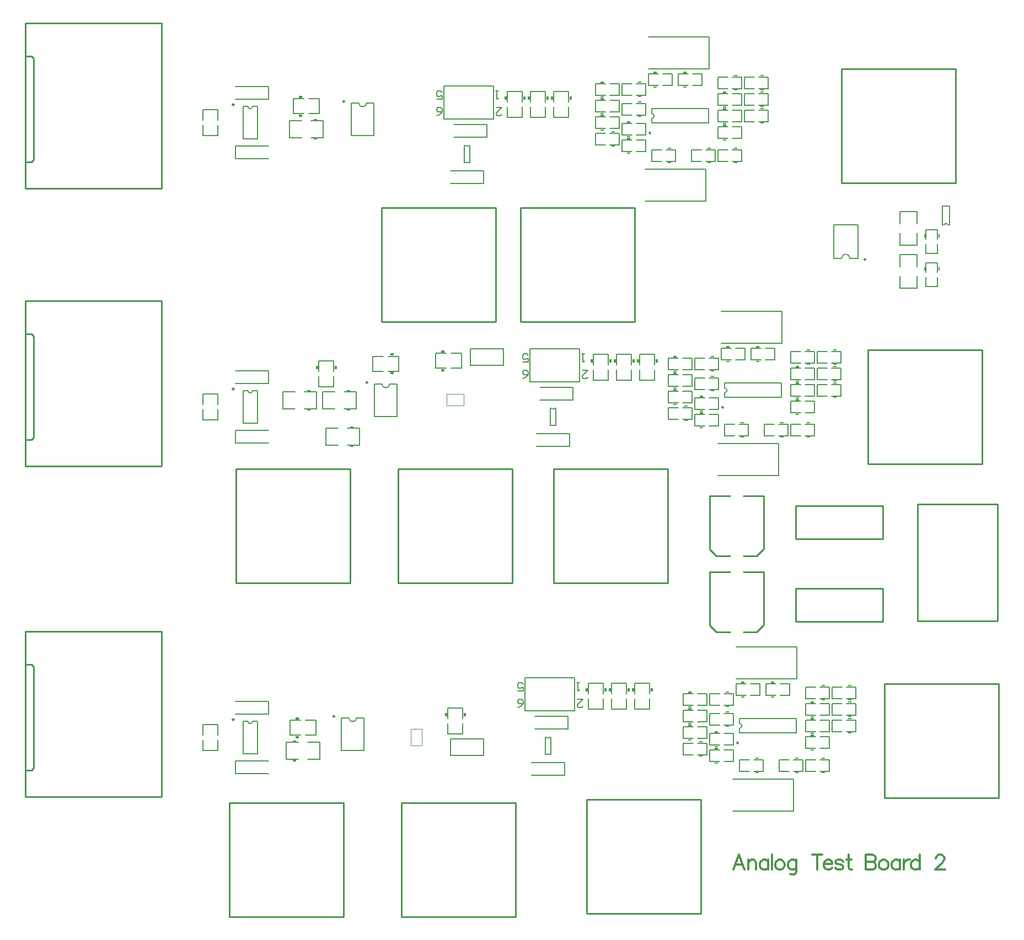
<source format=gto>
%FSLAX24Y24*%
%MOIN*%
G70*
G01*
G75*
%ADD10R,0.0866X0.0236*%
%ADD11R,0.0409X0.0150*%
%ADD12R,0.0236X0.0866*%
%ADD13R,0.0433X0.0394*%
%ADD14R,0.0787X0.0472*%
%ADD15R,0.0866X0.0236*%
%ADD16R,0.0591X0.0512*%
%ADD17R,0.0480X0.0169*%
%ADD18O,0.0480X0.0169*%
%ADD19R,0.1024X0.1614*%
%ADD20R,0.0394X0.0236*%
%ADD21R,0.1240X0.1360*%
%ADD22R,0.0315X0.1417*%
%ADD23R,0.0709X0.0630*%
%ADD24R,0.0394X0.0433*%
%ADD25R,0.0551X0.0236*%
%ADD26O,0.0409X0.0150*%
%ADD27R,0.0630X0.0709*%
%ADD28R,0.0512X0.0591*%
%ADD29R,0.0610X0.0236*%
%ADD30R,0.0150X0.0409*%
%ADD31O,0.0150X0.0409*%
%ADD32C,0.0160*%
%ADD33C,0.0100*%
%ADD34C,0.0300*%
%ADD35C,0.0200*%
%ADD36C,0.0120*%
%ADD37C,0.0591*%
%ADD38R,0.0591X0.0591*%
%ADD39C,0.0750*%
%ADD40C,0.0700*%
%ADD41C,0.0866*%
%ADD42C,0.1575*%
%ADD43C,0.0591*%
%ADD44C,0.0250*%
%ADD45C,0.0080*%
%ADD46C,0.0098*%
%ADD47C,0.0079*%
%ADD48C,0.0070*%
%ADD49C,0.0039*%
%ADD50C,0.0020*%
%ADD51R,0.0197X0.0079*%
%ADD52R,0.0157X0.0197*%
%ADD53R,0.0079X0.0197*%
%ADD54R,0.0197X0.0079*%
%ADD55R,0.0197X0.0157*%
D33*
X20000Y59200D02*
Y69200D01*
Y59200D02*
X28250D01*
Y69200D01*
X20000D02*
X28250D01*
X20000Y60825D02*
X20375D01*
X20500Y60950D01*
Y67075D01*
X20375Y67200D02*
X20500Y67075D01*
X20000Y67200D02*
X20375D01*
X58850Y52150D02*
Y59050D01*
X51950Y52150D02*
X58850D01*
X51950D02*
Y59050D01*
X58850D01*
X49450Y52150D02*
Y59050D01*
X42550Y52150D02*
X49450D01*
X42550D02*
Y59050D01*
X49450D01*
X39650Y52150D02*
Y59050D01*
X32750Y52150D02*
X39650D01*
X32750D02*
Y59050D01*
X39650D01*
X78850Y39150D02*
Y46050D01*
X71950Y39150D02*
X78850D01*
X71950D02*
Y46050D01*
X78850D01*
X20000Y39200D02*
Y49200D01*
Y39200D02*
X28250D01*
Y49200D01*
X20000D02*
X28250D01*
X20000Y40825D02*
X20375D01*
X20500Y40950D01*
Y47075D01*
X20375Y47200D02*
X20500Y47075D01*
X20000Y47200D02*
X20375D01*
X60850Y32150D02*
Y39050D01*
X53950Y32150D02*
X60850D01*
X53950D02*
Y39050D01*
X60850D01*
X39250Y31950D02*
Y38850D01*
X32350Y31950D02*
X39250D01*
X32350D02*
Y38850D01*
X39250D01*
X49650Y31950D02*
Y38850D01*
X42750Y31950D02*
X49650D01*
X42750D02*
Y38850D01*
X49650D01*
X76250Y76350D02*
Y83250D01*
X69350Y76350D02*
X76250D01*
X69350D02*
Y83250D01*
X76250D01*
X20000Y76000D02*
Y86000D01*
Y76000D02*
X28250D01*
Y86000D01*
X20000D02*
X28250D01*
X20000Y77625D02*
X20375D01*
X20500Y77750D01*
Y83875D01*
X20375Y84000D02*
X20500Y83875D01*
X20000Y84000D02*
X20375D01*
X56850Y67950D02*
Y74850D01*
X49950Y67950D02*
X56850D01*
X49950D02*
Y74850D01*
X56850D01*
X48450Y67950D02*
Y74850D01*
X41550Y67950D02*
X48450D01*
X41550D02*
Y74850D01*
X48450D01*
X71830Y49800D02*
Y50800D01*
X66570Y49800D02*
X71830D01*
X66570D02*
Y51800D01*
X71830D01*
Y50800D02*
Y51800D01*
X61386Y52811D02*
X62606D01*
X61386Y49583D02*
Y52811D01*
Y49583D02*
X61780Y49189D01*
X61780D02*
X62606D01*
X63394D02*
X64220D01*
X64654Y49622D01*
Y52811D01*
X63394D02*
X64654D01*
X73948Y49830D02*
X78791D01*
Y56917D01*
X73948D02*
X78791D01*
X73948Y49830D02*
Y56917D01*
X61386Y57411D02*
X62606D01*
X61386Y54183D02*
Y57411D01*
Y54183D02*
X61780Y53789D01*
X61780D02*
X62606D01*
X63394D02*
X64220D01*
X64654Y54222D01*
Y57411D01*
X63394D02*
X64654D01*
X71830Y54800D02*
Y55800D01*
X66570Y54800D02*
X71830D01*
X66570D02*
Y56800D01*
X71830D01*
Y55800D02*
Y56800D01*
X70950Y66250D02*
X77850D01*
X70950Y59350D02*
Y66250D01*
Y59350D02*
X77850D01*
Y66250D01*
D36*
X63486Y34800D02*
X63143Y35700D01*
X62800Y34800D01*
X62929Y35100D02*
X63357D01*
X63696Y35400D02*
Y34800D01*
Y35228D02*
X63824Y35357D01*
X63910Y35400D01*
X64038D01*
X64124Y35357D01*
X64167Y35228D01*
Y34800D01*
X64917Y35400D02*
Y34800D01*
Y35271D02*
X64831Y35357D01*
X64745Y35400D01*
X64617D01*
X64531Y35357D01*
X64445Y35271D01*
X64403Y35143D01*
Y35057D01*
X64445Y34929D01*
X64531Y34843D01*
X64617Y34800D01*
X64745D01*
X64831Y34843D01*
X64917Y34929D01*
X65157Y35700D02*
Y34800D01*
X65559Y35400D02*
X65474Y35357D01*
X65388Y35271D01*
X65345Y35143D01*
Y35057D01*
X65388Y34929D01*
X65474Y34843D01*
X65559Y34800D01*
X65688D01*
X65774Y34843D01*
X65859Y34929D01*
X65902Y35057D01*
Y35143D01*
X65859Y35271D01*
X65774Y35357D01*
X65688Y35400D01*
X65559D01*
X66613D02*
Y34714D01*
X66571Y34586D01*
X66528Y34543D01*
X66442Y34500D01*
X66314D01*
X66228Y34543D01*
X66613Y35271D02*
X66528Y35357D01*
X66442Y35400D01*
X66314D01*
X66228Y35357D01*
X66142Y35271D01*
X66099Y35143D01*
Y35057D01*
X66142Y34929D01*
X66228Y34843D01*
X66314Y34800D01*
X66442D01*
X66528Y34843D01*
X66613Y34929D01*
X67860Y35700D02*
Y34800D01*
X67560Y35700D02*
X68160D01*
X68267Y35143D02*
X68782D01*
Y35228D01*
X68739Y35314D01*
X68696Y35357D01*
X68610Y35400D01*
X68482D01*
X68396Y35357D01*
X68310Y35271D01*
X68267Y35143D01*
Y35057D01*
X68310Y34929D01*
X68396Y34843D01*
X68482Y34800D01*
X68610D01*
X68696Y34843D01*
X68782Y34929D01*
X69446Y35271D02*
X69403Y35357D01*
X69274Y35400D01*
X69146D01*
X69017Y35357D01*
X68974Y35271D01*
X69017Y35186D01*
X69103Y35143D01*
X69317Y35100D01*
X69403Y35057D01*
X69446Y34971D01*
Y34929D01*
X69403Y34843D01*
X69274Y34800D01*
X69146D01*
X69017Y34843D01*
X68974Y34929D01*
X69763Y35700D02*
Y34971D01*
X69806Y34843D01*
X69891Y34800D01*
X69977D01*
X69634Y35400D02*
X69934D01*
X70813Y35700D02*
Y34800D01*
Y35700D02*
X71198D01*
X71327Y35657D01*
X71370Y35614D01*
X71412Y35528D01*
Y35443D01*
X71370Y35357D01*
X71327Y35314D01*
X71198Y35271D01*
X70813D02*
X71198D01*
X71327Y35228D01*
X71370Y35186D01*
X71412Y35100D01*
Y34971D01*
X71370Y34886D01*
X71327Y34843D01*
X71198Y34800D01*
X70813D01*
X71828Y35400D02*
X71742Y35357D01*
X71657Y35271D01*
X71614Y35143D01*
Y35057D01*
X71657Y34929D01*
X71742Y34843D01*
X71828Y34800D01*
X71957D01*
X72042Y34843D01*
X72128Y34929D01*
X72171Y35057D01*
Y35143D01*
X72128Y35271D01*
X72042Y35357D01*
X71957Y35400D01*
X71828D01*
X72882D02*
Y34800D01*
Y35271D02*
X72796Y35357D01*
X72711Y35400D01*
X72582D01*
X72496Y35357D01*
X72411Y35271D01*
X72368Y35143D01*
Y35057D01*
X72411Y34929D01*
X72496Y34843D01*
X72582Y34800D01*
X72711D01*
X72796Y34843D01*
X72882Y34929D01*
X73122Y35400D02*
Y34800D01*
Y35143D02*
X73165Y35271D01*
X73251Y35357D01*
X73336Y35400D01*
X73465D01*
X74060Y35700D02*
Y34800D01*
Y35271D02*
X73975Y35357D01*
X73889Y35400D01*
X73761D01*
X73675Y35357D01*
X73589Y35271D01*
X73546Y35143D01*
Y35057D01*
X73589Y34929D01*
X73675Y34843D01*
X73761Y34800D01*
X73889D01*
X73975Y34843D01*
X74060Y34929D01*
X75050Y35486D02*
Y35528D01*
X75093Y35614D01*
X75136Y35657D01*
X75222Y35700D01*
X75393D01*
X75479Y35657D01*
X75522Y35614D01*
X75564Y35528D01*
Y35443D01*
X75522Y35357D01*
X75436Y35228D01*
X75007Y34800D01*
X75607D01*
D45*
X53800Y66000D02*
X53633D01*
X53717D01*
Y65500D01*
X53800Y65583D01*
X53667Y65000D02*
X54000D01*
X53667Y64667D01*
Y64583D01*
X53750Y64500D01*
X53917D01*
X54000Y64583D01*
X50067Y65500D02*
X50400D01*
Y65750D01*
X50233Y65667D01*
X50150D01*
X50067Y65750D01*
Y65917D01*
X50150Y66000D01*
X50317D01*
X50400Y65917D01*
X50067Y64500D02*
X50233Y64583D01*
X50400Y64750D01*
Y64917D01*
X50317Y65000D01*
X50150D01*
X50067Y64917D01*
Y64833D01*
X50150Y64750D01*
X50400D01*
X53500Y46100D02*
X53333D01*
X53417D01*
Y45600D01*
X53500Y45683D01*
X53367Y45100D02*
X53700D01*
X53367Y44767D01*
Y44683D01*
X53450Y44600D01*
X53617D01*
X53700Y44683D01*
X49767Y45600D02*
X50100D01*
Y45850D01*
X49933Y45767D01*
X49850D01*
X49767Y45850D01*
Y46017D01*
X49850Y46100D01*
X50017D01*
X50100Y46017D01*
X49767Y44600D02*
X49933Y44683D01*
X50100Y44850D01*
Y45017D01*
X50017Y45100D01*
X49850D01*
X49767Y45017D01*
Y44933D01*
X49850Y44850D01*
X50100D01*
X48600Y81900D02*
X48433D01*
X48517D01*
Y81400D01*
X48600Y81483D01*
X48467Y80900D02*
X48800D01*
X48467Y80567D01*
Y80483D01*
X48550Y80400D01*
X48717D01*
X48800Y80483D01*
X44867Y81400D02*
X45200D01*
Y81650D01*
X45033Y81567D01*
X44950D01*
X44867Y81650D01*
Y81817D01*
X44950Y81900D01*
X45117D01*
X45200Y81817D01*
X44867Y80400D02*
X45033Y80483D01*
X45200Y80650D01*
Y80817D01*
X45117Y80900D01*
X44950D01*
X44867Y80817D01*
Y80733D01*
X44950Y80650D01*
X45200D01*
D46*
X62215Y62776D02*
G03*
X62215Y62776I-49J0D01*
G01*
X57815Y79376D02*
G03*
X57815Y79376I-49J0D01*
G01*
X63115Y42476D02*
G03*
X63115Y42476I-49J0D01*
G01*
X32626Y81085D02*
G03*
X32626Y81085I-49J0D01*
G01*
X70811Y71715D02*
G03*
X70811Y71715I-49J0D01*
G01*
X40698Y64285D02*
G03*
X40698Y64285I-49J0D01*
G01*
X32626Y43885D02*
G03*
X32626Y43885I-49J0D01*
G01*
Y63885D02*
G03*
X32626Y63885I-49J0D01*
G01*
X38698Y44085D02*
G03*
X38698Y44085I-49J0D01*
G01*
X39298Y81285D02*
G03*
X39298Y81285I-49J0D01*
G01*
D47*
X62278Y63656D02*
G03*
X62278Y63944I0J144D01*
G01*
X57878Y80256D02*
G03*
X57878Y80544I0J144D01*
G01*
X63178Y43356D02*
G03*
X63178Y43644I0J144D01*
G01*
X33456Y80984D02*
G03*
X33744Y80984I144J0D01*
G01*
X75747Y73810D02*
G03*
X75560Y73810I-93J0D01*
G01*
X69843Y71796D02*
G03*
X69357Y71796I-243J0D01*
G01*
X41570Y64184D02*
G03*
X42030Y64184I230J0D01*
G01*
X33456Y43784D02*
G03*
X33744Y43784I144J0D01*
G01*
X33456Y63784D02*
G03*
X33744Y63784I144J0D01*
G01*
X39570Y43984D02*
G03*
X40030Y43984I230J0D01*
G01*
X40170Y81184D02*
G03*
X40630Y81184I230J0D01*
G01*
X61338Y61646D02*
X61909D01*
X61338Y62354D02*
X61909D01*
Y61646D02*
Y62354D01*
X60491Y61646D02*
Y62354D01*
Y61646D02*
X61062D01*
X60491Y62354D02*
X61062D01*
X59738Y63046D02*
X60309D01*
X59738Y63754D02*
X60309D01*
Y63046D02*
Y63754D01*
X58891Y63046D02*
Y63754D01*
Y63046D02*
X59462D01*
X58891Y63754D02*
X59462D01*
X60491Y63354D02*
X61062D01*
X60491Y62646D02*
X61062D01*
X60491D02*
Y63354D01*
X61909Y62646D02*
Y63354D01*
X61338D02*
X61909D01*
X61338Y62646D02*
X61909D01*
X56091Y79954D02*
X56662D01*
X56091Y79246D02*
X56662D01*
X56091D02*
Y79954D01*
X57509Y79246D02*
Y79954D01*
X56938D02*
X57509D01*
X56938Y79246D02*
X57509D01*
X61391Y43054D02*
X61962D01*
X61391Y42346D02*
X61962D01*
X61391D02*
Y43054D01*
X62809Y42346D02*
Y43054D01*
X62238D02*
X62809D01*
X62238Y42346D02*
X62809D01*
X62091Y66354D02*
X62662D01*
X62091Y65646D02*
X62662D01*
X62091D02*
Y66354D01*
X63509Y65646D02*
Y66354D01*
X62938D02*
X63509D01*
X62938Y65646D02*
X63509D01*
X57691Y82954D02*
X58262D01*
X57691Y82246D02*
X58262D01*
X57691D02*
Y82954D01*
X59109Y82246D02*
Y82954D01*
X58538D02*
X59109D01*
X58538Y82246D02*
X59109D01*
X62991Y46054D02*
X63562D01*
X62991Y45346D02*
X63562D01*
X62991D02*
Y46054D01*
X64409Y45346D02*
Y46054D01*
X63838D02*
X64409D01*
X63838Y45346D02*
X64409D01*
X66291Y65154D02*
X66862D01*
X66291Y64446D02*
X66862D01*
X66291D02*
Y65154D01*
X67709Y64446D02*
Y65154D01*
X67138D02*
X67709D01*
X67138Y64446D02*
X67709D01*
X61891Y81754D02*
X62462D01*
X61891Y81046D02*
X62462D01*
X61891D02*
Y81754D01*
X63309Y81046D02*
Y81754D01*
X62738D02*
X63309D01*
X62738Y81046D02*
X63309D01*
X67191Y44854D02*
X67762D01*
X67191Y44146D02*
X67762D01*
X67191D02*
Y44854D01*
X68609Y44146D02*
Y44854D01*
X68038D02*
X68609D01*
X68038Y44146D02*
X68609D01*
X65538Y61046D02*
X66109D01*
X65538Y61754D02*
X66109D01*
Y61046D02*
Y61754D01*
X64691Y61046D02*
Y61754D01*
Y61046D02*
X65262D01*
X64691Y61754D02*
X65262D01*
X61138Y77646D02*
X61709D01*
X61138Y78354D02*
X61709D01*
Y77646D02*
Y78354D01*
X60291Y77646D02*
Y78354D01*
Y77646D02*
X60862D01*
X60291Y78354D02*
X60862D01*
X66438Y40746D02*
X67009D01*
X66438Y41454D02*
X67009D01*
Y40746D02*
Y41454D01*
X65591Y40746D02*
Y41454D01*
Y40746D02*
X66162D01*
X65591Y41454D02*
X66162D01*
X63138Y61046D02*
X63709D01*
X63138Y61754D02*
X63709D01*
Y61046D02*
Y61754D01*
X62291Y61046D02*
Y61754D01*
Y61046D02*
X62862D01*
X62291Y61754D02*
X62862D01*
X58738Y77646D02*
X59309D01*
X58738Y78354D02*
X59309D01*
Y77646D02*
Y78354D01*
X57891Y77646D02*
Y78354D01*
Y77646D02*
X58462D01*
X57891Y78354D02*
X58462D01*
X64038Y40746D02*
X64609D01*
X64038Y41454D02*
X64609D01*
Y40746D02*
Y41454D01*
X63191Y40746D02*
Y41454D01*
Y40746D02*
X63762D01*
X63191Y41454D02*
X63762D01*
X58891Y64754D02*
X59462D01*
X58891Y64046D02*
X59462D01*
X58891D02*
Y64754D01*
X60309Y64046D02*
Y64754D01*
X59738D02*
X60309D01*
X59738Y64046D02*
X60309D01*
X54491Y81354D02*
X55062D01*
X54491Y80646D02*
X55062D01*
X54491D02*
Y81354D01*
X55909Y80646D02*
Y81354D01*
X55338D02*
X55909D01*
X55338Y80646D02*
X55909D01*
X59791Y44454D02*
X60362D01*
X59791Y43746D02*
X60362D01*
X59791D02*
Y44454D01*
X61209Y43746D02*
Y44454D01*
X60638D02*
X61209D01*
X60638Y43746D02*
X61209D01*
X68738Y64446D02*
X69309D01*
X68738Y65154D02*
X69309D01*
Y64446D02*
Y65154D01*
X67891Y64446D02*
Y65154D01*
Y64446D02*
X68462D01*
X67891Y65154D02*
X68462D01*
X64338Y81046D02*
X64909D01*
X64338Y81754D02*
X64909D01*
Y81046D02*
Y81754D01*
X63491Y81046D02*
Y81754D01*
Y81046D02*
X64062D01*
X63491Y81754D02*
X64062D01*
X69638Y44146D02*
X70209D01*
X69638Y44854D02*
X70209D01*
Y44146D02*
Y44854D01*
X68791Y44146D02*
Y44854D01*
Y44146D02*
X69362D01*
X68791Y44854D02*
X69362D01*
X68738Y63446D02*
X69309D01*
X68738Y64154D02*
X69309D01*
Y63446D02*
Y64154D01*
X67891Y63446D02*
Y64154D01*
Y63446D02*
X68462D01*
X67891Y64154D02*
X68462D01*
X64338Y80046D02*
X64909D01*
X64338Y80754D02*
X64909D01*
Y80046D02*
Y80754D01*
X63491Y80046D02*
Y80754D01*
Y80046D02*
X64062D01*
X63491Y80754D02*
X64062D01*
X69638Y43146D02*
X70209D01*
X69638Y43854D02*
X70209D01*
Y43146D02*
Y43854D01*
X68791Y43146D02*
Y43854D01*
Y43146D02*
X69362D01*
X68791Y43854D02*
X69362D01*
X59738Y62046D02*
X60309D01*
X59738Y62754D02*
X60309D01*
Y62046D02*
Y62754D01*
X58891Y62046D02*
Y62754D01*
Y62046D02*
X59462D01*
X58891Y62754D02*
X59462D01*
X55338Y78646D02*
X55909D01*
X55338Y79354D02*
X55909D01*
Y78646D02*
Y79354D01*
X54491Y78646D02*
Y79354D01*
Y78646D02*
X55062D01*
X54491Y79354D02*
X55062D01*
X60638Y41746D02*
X61209D01*
X60638Y42454D02*
X61209D01*
Y41746D02*
Y42454D01*
X59791Y41746D02*
Y42454D01*
Y41746D02*
X60362D01*
X59791Y42454D02*
X60362D01*
X61338Y65046D02*
X61909D01*
X61338Y65754D02*
X61909D01*
Y65046D02*
Y65754D01*
X60491Y65046D02*
Y65754D01*
Y65046D02*
X61062D01*
X60491Y65754D02*
X61062D01*
X56938Y81646D02*
X57509D01*
X56938Y82354D02*
X57509D01*
Y81646D02*
Y82354D01*
X56091Y81646D02*
Y82354D01*
Y81646D02*
X56662D01*
X56091Y82354D02*
X56662D01*
X62238Y44746D02*
X62809D01*
X62238Y45454D02*
X62809D01*
Y44746D02*
Y45454D01*
X61391Y44746D02*
Y45454D01*
Y44746D02*
X61962D01*
X61391Y45454D02*
X61962D01*
X67138Y65446D02*
X67709D01*
X67138Y66154D02*
X67709D01*
Y65446D02*
Y66154D01*
X66291Y65446D02*
Y66154D01*
Y65446D02*
X66862D01*
X66291Y66154D02*
X66862D01*
X62738Y82046D02*
X63309D01*
X62738Y82754D02*
X63309D01*
Y82046D02*
Y82754D01*
X61891Y82046D02*
Y82754D01*
Y82046D02*
X62462D01*
X61891Y82754D02*
X62462D01*
X68038Y45146D02*
X68609D01*
X68038Y45854D02*
X68609D01*
Y45146D02*
Y45854D01*
X67191Y45146D02*
Y45854D01*
Y45146D02*
X67762D01*
X67191Y45854D02*
X67762D01*
X66291Y63154D02*
X66862D01*
X66291Y62446D02*
X66862D01*
X66291D02*
Y63154D01*
X67709Y62446D02*
Y63154D01*
X67138D02*
X67709D01*
X67138Y62446D02*
X67709D01*
X61891Y79754D02*
X62462D01*
X61891Y79046D02*
X62462D01*
X61891D02*
Y79754D01*
X63309Y79046D02*
Y79754D01*
X62738D02*
X63309D01*
X62738Y79046D02*
X63309D01*
X67191Y42854D02*
X67762D01*
X67191Y42146D02*
X67762D01*
X67191D02*
Y42854D01*
X68609Y42146D02*
Y42854D01*
X68038D02*
X68609D01*
X68038Y42146D02*
X68609D01*
X54491Y80354D02*
X55062D01*
X54491Y79646D02*
X55062D01*
X54491D02*
Y80354D01*
X55909Y79646D02*
Y80354D01*
X55338D02*
X55909D01*
X55338Y79646D02*
X55909D01*
X59791Y43454D02*
X60362D01*
X59791Y42746D02*
X60362D01*
X59791D02*
Y43454D01*
X61209Y42746D02*
Y43454D01*
X60638D02*
X61209D01*
X60638Y42746D02*
X61209D01*
X56091Y78954D02*
X56662D01*
X56091Y78246D02*
X56662D01*
X56091D02*
Y78954D01*
X57509Y78246D02*
Y78954D01*
X56938D02*
X57509D01*
X56938Y78246D02*
X57509D01*
X61391Y42054D02*
X61962D01*
X61391Y41346D02*
X61962D01*
X61391D02*
Y42054D01*
X62809Y41346D02*
Y42054D01*
X62238D02*
X62809D01*
X62238Y41346D02*
X62809D01*
X61338Y63846D02*
X61909D01*
X61338Y64554D02*
X61909D01*
Y63846D02*
Y64554D01*
X60491Y63846D02*
Y64554D01*
Y63846D02*
X61062D01*
X60491Y64554D02*
X61062D01*
X56938Y80446D02*
X57509D01*
X56938Y81154D02*
X57509D01*
Y80446D02*
Y81154D01*
X56091Y80446D02*
Y81154D01*
Y80446D02*
X56662D01*
X56091Y81154D02*
X56662D01*
X62238Y43546D02*
X62809D01*
X62238Y44254D02*
X62809D01*
Y43546D02*
Y44254D01*
X61391Y43546D02*
Y44254D01*
Y43546D02*
X61962D01*
X61391Y44254D02*
X61962D01*
X58891Y65754D02*
X59462D01*
X58891Y65046D02*
X59462D01*
X58891D02*
Y65754D01*
X60309Y65046D02*
Y65754D01*
X59738D02*
X60309D01*
X59738Y65046D02*
X60309D01*
X54491Y82354D02*
X55062D01*
X54491Y81646D02*
X55062D01*
X54491D02*
Y82354D01*
X55909Y81646D02*
Y82354D01*
X55338D02*
X55909D01*
X55338Y81646D02*
X55909D01*
X59791Y45454D02*
X60362D01*
X59791Y44746D02*
X60362D01*
X59791D02*
Y45454D01*
X61209Y44746D02*
Y45454D01*
X60638D02*
X61209D01*
X60638Y44746D02*
X61209D01*
X63891Y66354D02*
X64462D01*
X63891Y65646D02*
X64462D01*
X63891D02*
Y66354D01*
X65309Y65646D02*
Y66354D01*
X64738D02*
X65309D01*
X64738Y65646D02*
X65309D01*
X59491Y82954D02*
X60062D01*
X59491Y82246D02*
X60062D01*
X59491D02*
Y82954D01*
X60909Y82246D02*
Y82954D01*
X60338D02*
X60909D01*
X60338Y82246D02*
X60909D01*
X64791Y46054D02*
X65362D01*
X64791Y45346D02*
X65362D01*
X64791D02*
Y46054D01*
X66209Y45346D02*
Y46054D01*
X65638D02*
X66209D01*
X65638Y45346D02*
X66209D01*
X68738Y65446D02*
X69309D01*
X68738Y66154D02*
X69309D01*
Y65446D02*
Y66154D01*
X67891Y65446D02*
Y66154D01*
Y65446D02*
X68462D01*
X67891Y66154D02*
X68462D01*
X64338Y82046D02*
X64909D01*
X64338Y82754D02*
X64909D01*
Y82046D02*
Y82754D01*
X63491Y82046D02*
Y82754D01*
Y82046D02*
X64062D01*
X63491Y82754D02*
X64062D01*
X69638Y45146D02*
X70209D01*
X69638Y45854D02*
X70209D01*
Y45146D02*
Y45854D01*
X68791Y45146D02*
Y45854D01*
Y45146D02*
X69362D01*
X68791Y45854D02*
X69362D01*
X66291Y64154D02*
X66862D01*
X66291Y63446D02*
X66862D01*
X66291D02*
Y64154D01*
X67709Y63446D02*
Y64154D01*
X67138D02*
X67709D01*
X67138Y63446D02*
X67709D01*
X61891Y80754D02*
X62462D01*
X61891Y80046D02*
X62462D01*
X61891D02*
Y80754D01*
X63309Y80046D02*
Y80754D01*
X62738D02*
X63309D01*
X62738Y80046D02*
X63309D01*
X67191Y43854D02*
X67762D01*
X67191Y43146D02*
X67762D01*
X67191D02*
Y43854D01*
X68609Y43146D02*
Y43854D01*
X68038D02*
X68609D01*
X68038Y43146D02*
X68609D01*
X67138Y61046D02*
X67709D01*
X67138Y61754D02*
X67709D01*
Y61046D02*
Y61754D01*
X66291Y61046D02*
Y61754D01*
Y61046D02*
X66862D01*
X66291Y61754D02*
X66862D01*
X62738Y77646D02*
X63309D01*
X62738Y78354D02*
X63309D01*
Y77646D02*
Y78354D01*
X61891Y77646D02*
Y78354D01*
Y77646D02*
X62462D01*
X61891Y78354D02*
X62462D01*
X68038Y40746D02*
X68609D01*
X68038Y41454D02*
X68609D01*
Y40746D02*
Y41454D01*
X67191Y40746D02*
Y41454D01*
Y40746D02*
X67762D01*
X67191Y41454D02*
X67762D01*
X62278Y63367D02*
Y63656D01*
Y63944D02*
Y64233D01*
X65722Y63367D02*
Y64233D01*
X62278Y63367D02*
X65722D01*
X62278Y64233D02*
X65722D01*
X57878Y79967D02*
Y80256D01*
Y80544D02*
Y80833D01*
X61322Y79967D02*
Y80833D01*
X57878Y79967D02*
X61322D01*
X57878Y80833D02*
X61322D01*
X63178Y43067D02*
Y43356D01*
Y43644D02*
Y43933D01*
X66622Y43067D02*
Y43933D01*
X63178Y43067D02*
X66622D01*
X63178Y43933D02*
X66622D01*
X32694Y81406D02*
X34702D01*
X32694Y82194D02*
X34702D01*
Y81406D02*
Y82194D01*
X33167Y80984D02*
X33456D01*
X33744D02*
X34033D01*
X33167Y79016D02*
X34033D01*
X33167D02*
Y80984D01*
X34033Y79016D02*
Y80984D01*
X30747Y79213D02*
Y79843D01*
X31653Y79213D02*
Y79843D01*
X30747Y79213D02*
X31653D01*
X30747Y80787D02*
X31653D01*
X30747Y80157D02*
Y80787D01*
X31653Y80157D02*
Y80787D01*
X32698Y78594D02*
X34706D01*
X32698Y77806D02*
X34706D01*
X32698D02*
Y78594D01*
X51094Y63206D02*
X53102D01*
X51094Y63994D02*
X53102D01*
Y63206D02*
Y63994D01*
X50894Y60406D02*
X52902D01*
X50894Y61194D02*
X52902D01*
Y60406D02*
Y61194D01*
X57147Y64413D02*
Y65043D01*
X58053Y64413D02*
Y65043D01*
X57147Y64413D02*
X58053D01*
X57147Y65987D02*
X58053D01*
X57147Y65357D02*
Y65987D01*
X58053Y65357D02*
Y65987D01*
X55747Y64413D02*
Y65043D01*
X56653Y64413D02*
Y65043D01*
X55747Y64413D02*
X56653D01*
X55747Y65987D02*
X56653D01*
X55747Y65357D02*
Y65987D01*
X56653Y65357D02*
Y65987D01*
X54347Y64413D02*
Y65043D01*
X55253Y64413D02*
Y65043D01*
X54347Y64413D02*
X55253D01*
X54347Y65987D02*
X55253D01*
X54347Y65357D02*
Y65987D01*
X55253Y65357D02*
Y65987D01*
X50500Y66300D02*
X52417D01*
X50500D02*
X53500D01*
X50500Y64300D02*
X53500D01*
Y66300D01*
X50500Y64300D02*
Y66300D01*
X65529Y58635D02*
Y60565D01*
X61868D02*
X65529D01*
X61868Y58635D02*
X65529D01*
X65729Y66635D02*
Y68565D01*
X62068D02*
X65729D01*
X62068Y66635D02*
X65729D01*
X75870Y73818D02*
Y74940D01*
X75430Y74930D02*
X75870D01*
X75430Y73820D02*
Y74942D01*
X75432Y73810D02*
X75500D01*
X75802D02*
X75870D01*
X72888Y74624D02*
X73912D01*
X72888Y72576D02*
X73912D01*
Y73324D01*
X72888Y72576D02*
Y73324D01*
X73912Y73876D02*
Y74624D01*
X72888Y73876D02*
Y74624D01*
X74446Y72091D02*
Y72662D01*
X75154Y72091D02*
Y72662D01*
X74446Y72091D02*
X75154D01*
X74446Y73509D02*
X75154D01*
X74446Y72938D02*
Y73509D01*
X75154Y72938D02*
Y73509D01*
X69843Y71796D02*
X70328D01*
X68872D02*
X69357D01*
X68872Y73804D02*
X70328D01*
Y71796D02*
Y73804D01*
X68872Y71796D02*
Y73804D01*
X72888Y72024D02*
X73912D01*
X72888Y69976D02*
X73912D01*
Y70724D01*
X72888Y69976D02*
Y70724D01*
X73912Y71276D02*
Y72024D01*
X72888Y71276D02*
Y72024D01*
X74446Y70091D02*
Y70662D01*
X75154Y70091D02*
Y70662D01*
X74446Y70091D02*
X75154D01*
X74446Y71509D02*
X75154D01*
X74446Y70938D02*
Y71509D01*
X75154Y70938D02*
Y71509D01*
X37076Y42512D02*
X37824D01*
X37076Y41488D02*
X37824D01*
X35776Y42512D02*
X36524D01*
X35776Y41488D02*
X36524D01*
X35776D02*
Y42512D01*
X37824Y41488D02*
Y42512D01*
X36957Y42947D02*
X37587D01*
X36957Y43853D02*
X37587D01*
Y42947D02*
Y43853D01*
X36013Y42947D02*
Y43853D01*
Y42947D02*
X36643D01*
X36013Y43853D02*
X36643D01*
X47700Y41700D02*
Y42700D01*
X45700Y41700D02*
X47700D01*
X45700D02*
Y42700D01*
X47700D01*
X45547Y43013D02*
Y43643D01*
X46453Y43013D02*
Y43643D01*
X45547Y43013D02*
X46453D01*
X45547Y44587D02*
X46453D01*
X45547Y43957D02*
Y44587D01*
X46453Y43957D02*
Y44587D01*
X38176Y60488D02*
X38924D01*
X38176Y61512D02*
X38924D01*
X39476Y60488D02*
X40224D01*
X39476Y61512D02*
X40224D01*
Y60488D02*
Y61512D01*
X38176Y60488D02*
Y61512D01*
X41013Y65853D02*
X41643D01*
X41013Y64947D02*
X41643D01*
X41013D02*
Y65853D01*
X42587Y64947D02*
Y65853D01*
X41957D02*
X42587D01*
X41957Y64947D02*
X42587D01*
X41111Y64184D02*
X41570D01*
X42030D02*
X42489D01*
X41111Y62216D02*
X42489D01*
X41111D02*
Y64184D01*
X42489Y62216D02*
Y64184D01*
X37976Y62688D02*
X38724D01*
X37976Y63712D02*
X38724D01*
X39276Y62688D02*
X40024D01*
X39276Y63712D02*
X40024D01*
Y62688D02*
Y63712D01*
X37976Y62688D02*
Y63712D01*
X35576Y62688D02*
X36324D01*
X35576Y63712D02*
X36324D01*
X36876Y62688D02*
X37624D01*
X36876Y63712D02*
X37624D01*
Y62688D02*
Y63712D01*
X35576Y62688D02*
Y63712D01*
X37747Y64013D02*
Y64643D01*
X38653Y64013D02*
Y64643D01*
X37747Y64013D02*
X38653D01*
X37747Y65587D02*
X38653D01*
X37747Y64957D02*
Y65587D01*
X38653Y64957D02*
Y65587D01*
X48900Y65300D02*
Y66300D01*
X46900Y65300D02*
X48900D01*
X46900D02*
Y66300D01*
X48900D01*
X45757Y65147D02*
X46387D01*
X45757Y66053D02*
X46387D01*
Y65147D02*
Y66053D01*
X44813Y65147D02*
Y66053D01*
Y65147D02*
X45443D01*
X44813Y66053D02*
X45443D01*
X33167Y43784D02*
X33456D01*
X33744D02*
X34033D01*
X33167Y41816D02*
X34033D01*
X33167D02*
Y43784D01*
X34033Y41816D02*
Y43784D01*
X33167Y63784D02*
X33456D01*
X33744D02*
X34033D01*
X33167Y61816D02*
X34033D01*
X33167D02*
Y63784D01*
X34033Y61816D02*
Y63784D01*
X30747Y42013D02*
Y42643D01*
X31653Y42013D02*
Y42643D01*
X30747Y42013D02*
X31653D01*
X30747Y43587D02*
X31653D01*
X30747Y42957D02*
Y43587D01*
X31653Y42957D02*
Y43587D01*
X30747Y62013D02*
Y62643D01*
X31653Y62013D02*
Y62643D01*
X30747Y62013D02*
X31653D01*
X30747Y63587D02*
X31653D01*
X30747Y62957D02*
Y63587D01*
X31653Y62957D02*
Y63587D01*
X56847Y44513D02*
Y45143D01*
X57753Y44513D02*
Y45143D01*
X56847Y44513D02*
X57753D01*
X56847Y46087D02*
X57753D01*
X56847Y45457D02*
Y46087D01*
X57753Y45457D02*
Y46087D01*
X51947Y80313D02*
Y80943D01*
X52853Y80313D02*
Y80943D01*
X51947Y80313D02*
X52853D01*
X51947Y81887D02*
X52853D01*
X51947Y81257D02*
Y81887D01*
X52853Y81257D02*
Y81887D01*
X55447Y44513D02*
Y45143D01*
X56353Y44513D02*
Y45143D01*
X55447Y44513D02*
X56353D01*
X55447Y46087D02*
X56353D01*
X55447Y45457D02*
Y46087D01*
X56353Y45457D02*
Y46087D01*
X50547Y80313D02*
Y80943D01*
X51453Y80313D02*
Y80943D01*
X50547Y80313D02*
X51453D01*
X50547Y81887D02*
X51453D01*
X50547Y81257D02*
Y81887D01*
X51453Y81257D02*
Y81887D01*
X54047Y44513D02*
Y45143D01*
X54953Y44513D02*
Y45143D01*
X54047Y44513D02*
X54953D01*
X54047Y46087D02*
X54953D01*
X54047Y45457D02*
Y46087D01*
X54953Y45457D02*
Y46087D01*
X49147Y80313D02*
Y80943D01*
X50053Y80313D02*
Y80943D01*
X49147Y80313D02*
X50053D01*
X49147Y81887D02*
X50053D01*
X49147Y81257D02*
Y81887D01*
X50053Y81257D02*
Y81887D01*
X50200Y46400D02*
X52117D01*
X50200D02*
X53200D01*
X50200Y44400D02*
X53200D01*
Y46400D01*
X50200Y44400D02*
Y46400D01*
X45300Y82200D02*
X47217D01*
X45300D02*
X48300D01*
X45300Y80200D02*
X48300D01*
Y82200D01*
X45300Y80200D02*
Y82200D01*
X32698Y41394D02*
X34706D01*
X32698Y40606D02*
X34706D01*
X32698D02*
Y41394D01*
Y61394D02*
X34706D01*
X32698Y60606D02*
X34706D01*
X32698D02*
Y61394D01*
X32694Y44206D02*
X34702D01*
X32694Y44994D02*
X34702D01*
Y44206D02*
Y44994D01*
X32694Y64206D02*
X34702D01*
X32694Y64994D02*
X34702D01*
Y64206D02*
Y64994D01*
X50594Y40506D02*
X52602D01*
X50594Y41294D02*
X52602D01*
Y40506D02*
Y41294D01*
X45694Y76306D02*
X47702D01*
X45694Y77094D02*
X47702D01*
Y76306D02*
Y77094D01*
X50794Y43306D02*
X52802D01*
X50794Y44094D02*
X52802D01*
Y43306D02*
Y44094D01*
X45894Y79106D02*
X47902D01*
X45894Y79894D02*
X47902D01*
Y79106D02*
Y79894D01*
X66629Y46335D02*
Y48265D01*
X62968D02*
X66629D01*
X62968Y46335D02*
X66629D01*
X61329Y83235D02*
Y85165D01*
X57668D02*
X61329D01*
X57668Y83235D02*
X61329D01*
X66429Y38335D02*
Y40265D01*
X62768D02*
X66429D01*
X62768Y38335D02*
X66429D01*
X61129Y75235D02*
Y77165D01*
X57468D02*
X61129D01*
X57468Y75235D02*
X61129D01*
X40489Y42016D02*
Y43984D01*
X39111Y42016D02*
Y43984D01*
Y42016D02*
X40489D01*
X40030Y43984D02*
X40489D01*
X39111D02*
X39570D01*
X41089Y79216D02*
Y81184D01*
X39711Y79216D02*
Y81184D01*
Y79216D02*
X41089D01*
X40630Y81184D02*
X41089D01*
X39711D02*
X40170D01*
X36213Y81453D02*
X36843D01*
X36213Y80547D02*
X36843D01*
X36213D02*
Y81453D01*
X37787Y80547D02*
Y81453D01*
X37157D02*
X37787D01*
X37157Y80547D02*
X37787D01*
X35976Y79088D02*
Y80112D01*
X38024Y79088D02*
Y80112D01*
X37276D02*
X38024D01*
X37276Y79088D02*
X38024D01*
X35976Y80112D02*
X36724D01*
X35976Y79088D02*
X36724D01*
D48*
X51863Y62698D02*
G03*
X51991Y62698I64J0D01*
G01*
X51563Y42798D02*
G03*
X51691Y42798I64J0D01*
G01*
X46663Y78598D02*
G03*
X46791Y78598I64J0D01*
G01*
X51754Y62698D02*
X51853Y62698D01*
X52000D02*
X52089Y62698D01*
X51754Y61675D02*
Y62698D01*
Y61675D02*
X52089Y61675D01*
X52089Y61675D02*
Y62698D01*
X51454Y42798D02*
X51553Y42798D01*
X51700D02*
X51789Y42798D01*
X51454Y41775D02*
Y42798D01*
Y41775D02*
X51789Y41775D01*
X51789Y41775D02*
Y42798D01*
X46554Y78598D02*
X46653Y78598D01*
X46800D02*
X46889Y78598D01*
X46554Y77575D02*
Y78598D01*
Y77575D02*
X46889Y77575D01*
X46889Y77575D02*
Y78598D01*
D49*
X43571Y43328D02*
G03*
X43699Y43328I64J0D01*
G01*
X45472Y63171D02*
G03*
X45472Y63299I0J64D01*
G01*
X43294Y43328D02*
X43571D01*
X43699D02*
X43975D01*
Y42304D02*
Y43328D01*
X43294Y42304D02*
X43975D01*
X43294D02*
Y43328D01*
X45472Y62894D02*
Y63171D01*
Y63299D02*
Y63575D01*
X46496D01*
Y62894D02*
Y63575D01*
X45472Y62894D02*
X46496D01*
X36347Y43907D02*
Y44025D01*
X36505D01*
Y43907D01*
X36347D01*
X36380Y43940D02*
X36380Y43992D01*
X36472Y43992D01*
X36472Y43940D01*
X36380Y43940D01*
X36413Y43961D02*
X36439Y43971D01*
X36347Y42770D02*
Y42888D01*
X36504D01*
Y42770D01*
X36347D01*
X36379Y42803D02*
X36379Y42855D01*
X36471Y42855D01*
X36471Y42803D01*
X36379Y42803D01*
X36412Y42824D02*
X36438Y42834D01*
X45147Y66107D02*
Y66225D01*
X45305D01*
Y66107D01*
X45147D01*
X45180Y66139D02*
X45180Y66192D01*
X45272Y66192D01*
X45272Y66139D01*
X45180Y66139D01*
X45213Y66161D02*
X45239Y66171D01*
X45146Y64970D02*
Y65088D01*
X45303D01*
Y64970D01*
X45146D01*
X45179Y65003D02*
X45179Y65056D01*
X45271Y65056D01*
X45271Y65003D01*
X45179Y65003D01*
X45212Y65024D02*
X45238Y65034D01*
X36546Y80370D02*
Y80488D01*
X36704D01*
Y80370D01*
X36546D01*
X36579Y80403D02*
X36579Y80455D01*
X36671Y80455D01*
X36671Y80403D01*
X36579Y80403D01*
X36612Y80424D02*
X36638Y80434D01*
X36547Y81507D02*
Y81625D01*
X36705D01*
Y81507D01*
X36547D01*
X36580Y81540D02*
X36580Y81592D01*
X36672Y81592D01*
X36672Y81540D01*
X36580Y81540D01*
X36613Y81561D02*
X36639Y81571D01*
D50*
X60777Y62404D02*
Y62463D01*
X60954Y62463D01*
Y62404D01*
X60777Y62404D01*
X60793Y62420D02*
X60793Y62446D01*
X60938D01*
X60938Y62420D01*
X60793D01*
X60810Y62428D02*
X60921Y62438D01*
X60777Y61537D02*
Y61596D01*
X60954Y61596D01*
Y61537D01*
X60777Y61537D01*
X60793Y61554D02*
X60793Y61580D01*
X60938D01*
X60938Y61554D01*
X60793D01*
X60810Y61562D02*
X60921Y61572D01*
X59177Y63804D02*
Y63863D01*
X59354Y63863D01*
Y63804D01*
X59177Y63804D01*
X59193Y63820D02*
X59193Y63846D01*
X59338D01*
X59338Y63820D01*
X59193D01*
X59210Y63828D02*
X59321Y63838D01*
X59177Y62937D02*
Y62996D01*
X59354Y62996D01*
Y62937D01*
X59177Y62937D01*
X59193Y62954D02*
X59193Y62980D01*
X59338D01*
X59338Y62954D01*
X59193D01*
X59210Y62962D02*
X59321Y62972D01*
X60777Y62537D02*
Y62596D01*
X60954Y62596D01*
Y62537D01*
X60777Y62537D01*
X60793Y62554D02*
X60793Y62580D01*
X60938D01*
X60938Y62554D01*
X60793D01*
X60810Y62562D02*
X60921Y62572D01*
X60777Y63404D02*
Y63463D01*
X60954Y63463D01*
Y63404D01*
X60777Y63404D01*
X60793Y63420D02*
X60793Y63446D01*
X60938D01*
X60938Y63420D01*
X60793D01*
X60810Y63428D02*
X60921Y63438D01*
X56377Y79137D02*
Y79196D01*
X56554Y79196D01*
Y79137D01*
X56377Y79137D01*
X56393Y79154D02*
X56393Y79180D01*
X56538D01*
X56538Y79154D01*
X56393D01*
X56410Y79162D02*
X56521Y79172D01*
X56377Y80004D02*
Y80063D01*
X56554Y80063D01*
Y80004D01*
X56377Y80004D01*
X56393Y80020D02*
X56393Y80046D01*
X56538D01*
X56538Y80020D01*
X56393D01*
X56410Y80028D02*
X56521Y80038D01*
X61677Y42237D02*
Y42296D01*
X61854Y42296D01*
Y42237D01*
X61677Y42237D01*
X61693Y42254D02*
X61693Y42280D01*
X61838D01*
X61838Y42254D01*
X61693D01*
X61710Y42262D02*
X61821Y42272D01*
X61677Y43104D02*
Y43163D01*
X61854Y43163D01*
Y43104D01*
X61677Y43104D01*
X61693Y43120D02*
X61693Y43146D01*
X61838D01*
X61838Y43120D01*
X61693D01*
X61710Y43128D02*
X61821Y43138D01*
X62377Y65537D02*
Y65596D01*
X62554Y65596D01*
Y65537D01*
X62377Y65537D01*
X62393Y65554D02*
X62393Y65580D01*
X62538D01*
X62538Y65554D01*
X62393D01*
X62410Y65562D02*
X62521Y65572D01*
X62377Y66404D02*
Y66463D01*
X62554Y66463D01*
Y66404D01*
X62377Y66404D01*
X62393Y66420D02*
X62393Y66446D01*
X62538D01*
X62538Y66420D01*
X62393D01*
X62410Y66428D02*
X62521Y66438D01*
X57977Y82137D02*
Y82196D01*
X58154Y82196D01*
Y82137D01*
X57977Y82137D01*
X57993Y82154D02*
X57993Y82180D01*
X58138D01*
X58138Y82154D01*
X57993D01*
X58010Y82162D02*
X58121Y82172D01*
X57977Y83004D02*
Y83063D01*
X58154Y83063D01*
Y83004D01*
X57977Y83004D01*
X57993Y83020D02*
X57993Y83046D01*
X58138D01*
X58138Y83020D01*
X57993D01*
X58010Y83028D02*
X58121Y83038D01*
X63277Y45237D02*
Y45296D01*
X63454Y45296D01*
Y45237D01*
X63277Y45237D01*
X63293Y45254D02*
X63293Y45280D01*
X63438D01*
X63438Y45254D01*
X63293D01*
X63310Y45262D02*
X63421Y45272D01*
X63277Y46104D02*
Y46163D01*
X63454Y46163D01*
Y46104D01*
X63277Y46104D01*
X63293Y46120D02*
X63293Y46146D01*
X63438D01*
X63438Y46120D01*
X63293D01*
X63310Y46128D02*
X63421Y46138D01*
X66577Y64337D02*
Y64396D01*
X66754Y64396D01*
Y64337D01*
X66577Y64337D01*
X66593Y64354D02*
X66593Y64380D01*
X66738D01*
X66738Y64354D01*
X66593D01*
X66610Y64362D02*
X66721Y64372D01*
X66577Y65204D02*
Y65263D01*
X66754Y65263D01*
Y65204D01*
X66577Y65204D01*
X66593Y65220D02*
X66593Y65246D01*
X66738D01*
X66738Y65220D01*
X66593D01*
X66610Y65228D02*
X66721Y65238D01*
X62177Y80937D02*
Y80996D01*
X62354Y80996D01*
Y80937D01*
X62177Y80937D01*
X62193Y80954D02*
X62193Y80980D01*
X62338D01*
X62338Y80954D01*
X62193D01*
X62210Y80962D02*
X62321Y80972D01*
X62177Y81804D02*
Y81863D01*
X62354Y81863D01*
Y81804D01*
X62177Y81804D01*
X62193Y81820D02*
X62193Y81846D01*
X62338D01*
X62338Y81820D01*
X62193D01*
X62210Y81828D02*
X62321Y81838D01*
X67477Y44037D02*
Y44096D01*
X67654Y44096D01*
Y44037D01*
X67477Y44037D01*
X67493Y44054D02*
Y44080D01*
X67638D01*
Y44054D01*
X67493D01*
X67510Y44062D02*
X67621Y44072D01*
X67477Y44904D02*
Y44963D01*
X67654Y44963D01*
Y44904D01*
X67477Y44904D01*
X67493Y44920D02*
Y44946D01*
X67638D01*
Y44920D01*
X67493D01*
X67510Y44928D02*
X67621Y44938D01*
X59177Y63937D02*
Y63996D01*
X59354Y63996D01*
Y63937D01*
X59177Y63937D01*
X59193Y63954D02*
X59193Y63980D01*
X59338D01*
X59338Y63954D01*
X59193D01*
X59210Y63962D02*
X59321Y63972D01*
X59177Y64804D02*
Y64863D01*
X59354Y64863D01*
Y64804D01*
X59177Y64804D01*
X59193Y64820D02*
X59193Y64846D01*
X59338D01*
X59338Y64820D01*
X59193D01*
X59210Y64828D02*
X59321Y64838D01*
X54777Y80537D02*
Y80596D01*
X54954Y80596D01*
Y80537D01*
X54777Y80537D01*
X54793Y80554D02*
X54793Y80580D01*
X54938D01*
X54938Y80554D01*
X54793D01*
X54810Y80562D02*
X54921Y80572D01*
X54777Y81404D02*
Y81463D01*
X54954Y81463D01*
Y81404D01*
X54777Y81404D01*
X54793Y81420D02*
X54793Y81446D01*
X54938D01*
X54938Y81420D01*
X54793D01*
X54810Y81428D02*
X54921Y81438D01*
X60077Y43637D02*
Y43696D01*
X60254Y43696D01*
Y43637D01*
X60077Y43637D01*
X60093Y43654D02*
X60093Y43680D01*
X60238D01*
X60238Y43654D01*
X60093D01*
X60110Y43662D02*
X60221Y43672D01*
X60077Y44504D02*
Y44563D01*
X60254Y44563D01*
Y44504D01*
X60077Y44504D01*
X60093Y44520D02*
X60093Y44546D01*
X60238D01*
X60238Y44520D01*
X60093D01*
X60110Y44528D02*
X60221Y44538D01*
X66577Y62337D02*
Y62396D01*
X66754Y62396D01*
Y62337D01*
X66577Y62337D01*
X66593Y62354D02*
X66593Y62380D01*
X66738D01*
X66738Y62354D01*
X66593D01*
X66610Y62362D02*
X66721Y62372D01*
X66577Y63204D02*
Y63263D01*
X66754Y63263D01*
Y63204D01*
X66577Y63204D01*
X66593Y63220D02*
X66593Y63246D01*
X66738D01*
X66738Y63220D01*
X66593D01*
X66610Y63228D02*
X66721Y63238D01*
X62177Y78937D02*
Y78996D01*
X62354Y78996D01*
Y78937D01*
X62177Y78937D01*
X62193Y78954D02*
X62193Y78980D01*
X62338D01*
X62338Y78954D01*
X62193D01*
X62210Y78962D02*
X62321Y78972D01*
X62177Y79804D02*
Y79863D01*
X62354Y79863D01*
Y79804D01*
X62177Y79804D01*
X62193Y79820D02*
X62193Y79846D01*
X62338D01*
X62338Y79820D01*
X62193D01*
X62210Y79828D02*
X62321Y79838D01*
X67477Y42037D02*
Y42096D01*
X67654Y42096D01*
Y42037D01*
X67477Y42037D01*
X67493Y42054D02*
Y42080D01*
X67638D01*
Y42054D01*
X67493D01*
X67510Y42062D02*
X67621Y42072D01*
X67477Y42904D02*
Y42963D01*
X67654Y42963D01*
Y42904D01*
X67477Y42904D01*
X67493Y42920D02*
Y42946D01*
X67638D01*
Y42920D01*
X67493D01*
X67510Y42928D02*
X67621Y42938D01*
X54777Y79537D02*
Y79596D01*
X54954Y79596D01*
Y79537D01*
X54777Y79537D01*
X54793Y79554D02*
X54793Y79580D01*
X54938D01*
X54938Y79554D01*
X54793D01*
X54810Y79562D02*
X54921Y79572D01*
X54777Y80404D02*
Y80463D01*
X54954Y80463D01*
Y80404D01*
X54777Y80404D01*
X54793Y80420D02*
X54793Y80446D01*
X54938D01*
X54938Y80420D01*
X54793D01*
X54810Y80428D02*
X54921Y80438D01*
X60077Y42637D02*
Y42696D01*
X60254Y42696D01*
Y42637D01*
X60077Y42637D01*
X60093Y42654D02*
X60093Y42680D01*
X60238D01*
X60238Y42654D01*
X60093D01*
X60110Y42662D02*
X60221Y42672D01*
X60077Y43504D02*
Y43563D01*
X60254Y43563D01*
Y43504D01*
X60077Y43504D01*
X60093Y43520D02*
X60093Y43546D01*
X60238D01*
X60238Y43520D01*
X60093D01*
X60110Y43528D02*
X60221Y43538D01*
X56377Y78137D02*
Y78196D01*
X56554Y78196D01*
Y78137D01*
X56377Y78137D01*
X56393Y78154D02*
X56393Y78180D01*
X56538D01*
X56538Y78154D01*
X56393D01*
X56410Y78162D02*
X56521Y78172D01*
X56377Y79004D02*
Y79063D01*
X56554Y79063D01*
Y79004D01*
X56377Y79004D01*
X56393Y79020D02*
X56393Y79046D01*
X56538D01*
X56538Y79020D01*
X56393D01*
X56410Y79028D02*
X56521Y79038D01*
X61677Y41237D02*
Y41296D01*
X61854Y41296D01*
Y41237D01*
X61677Y41237D01*
X61693Y41254D02*
X61693Y41280D01*
X61838D01*
X61838Y41254D01*
X61693D01*
X61710Y41262D02*
X61821Y41272D01*
X61677Y42104D02*
Y42163D01*
X61854Y42163D01*
Y42104D01*
X61677Y42104D01*
X61693Y42120D02*
X61693Y42146D01*
X61838D01*
X61838Y42120D01*
X61693D01*
X61710Y42128D02*
X61821Y42138D01*
X59177Y64937D02*
Y64996D01*
X59354Y64996D01*
Y64937D01*
X59177Y64937D01*
X59193Y64954D02*
X59193Y64980D01*
X59338D01*
X59338Y64954D01*
X59193D01*
X59210Y64962D02*
X59321Y64972D01*
X59177Y65804D02*
Y65863D01*
X59354Y65863D01*
Y65804D01*
X59177Y65804D01*
X59193Y65820D02*
X59193Y65846D01*
X59338D01*
X59338Y65820D01*
X59193D01*
X59210Y65828D02*
X59321Y65838D01*
X54777Y81537D02*
Y81596D01*
X54954Y81596D01*
Y81537D01*
X54777Y81537D01*
X54793Y81554D02*
X54793Y81580D01*
X54938D01*
X54938Y81554D01*
X54793D01*
X54810Y81562D02*
X54921Y81572D01*
X54777Y82404D02*
Y82463D01*
X54954Y82463D01*
Y82404D01*
X54777Y82404D01*
X54793Y82420D02*
X54793Y82446D01*
X54938D01*
X54938Y82420D01*
X54793D01*
X54810Y82428D02*
X54921Y82438D01*
X60077Y44637D02*
Y44696D01*
X60254Y44696D01*
Y44637D01*
X60077Y44637D01*
X60093Y44654D02*
X60093Y44680D01*
X60238D01*
X60238Y44654D01*
X60093D01*
X60110Y44662D02*
X60221Y44672D01*
X60077Y45504D02*
Y45563D01*
X60254Y45563D01*
Y45504D01*
X60077Y45504D01*
X60093Y45520D02*
X60093Y45546D01*
X60238D01*
X60238Y45520D01*
X60093D01*
X60110Y45528D02*
X60221Y45538D01*
X64177Y65537D02*
Y65596D01*
X64354Y65596D01*
Y65537D01*
X64177Y65537D01*
X64193Y65554D02*
X64193Y65580D01*
X64338D01*
X64338Y65554D01*
X64193D01*
X64210Y65562D02*
X64321Y65572D01*
X64177Y66404D02*
Y66463D01*
X64354Y66463D01*
Y66404D01*
X64177Y66404D01*
X64193Y66420D02*
X64193Y66446D01*
X64338D01*
X64338Y66420D01*
X64193D01*
X64210Y66428D02*
X64321Y66438D01*
X59777Y82137D02*
Y82196D01*
X59954Y82196D01*
Y82137D01*
X59777Y82137D01*
X59793Y82154D02*
X59793Y82180D01*
X59938D01*
X59938Y82154D01*
X59793D01*
X59810Y82162D02*
X59921Y82172D01*
X59777Y83004D02*
Y83063D01*
X59954Y83063D01*
Y83004D01*
X59777Y83004D01*
X59793Y83020D02*
X59793Y83046D01*
X59938D01*
X59938Y83020D01*
X59793D01*
X59810Y83028D02*
X59921Y83038D01*
X65077Y45237D02*
Y45296D01*
X65254Y45296D01*
Y45237D01*
X65077Y45237D01*
X65093Y45254D02*
X65093Y45280D01*
X65238D01*
X65238Y45254D01*
X65093D01*
X65110Y45262D02*
X65221Y45272D01*
X65077Y46104D02*
Y46163D01*
X65254Y46163D01*
Y46104D01*
X65077Y46104D01*
X65093Y46120D02*
X65093Y46146D01*
X65238D01*
X65238Y46120D01*
X65093D01*
X65110Y46128D02*
X65221Y46138D01*
X66577Y63337D02*
Y63396D01*
X66754Y63396D01*
Y63337D01*
X66577Y63337D01*
X66593Y63354D02*
X66593Y63380D01*
X66738D01*
X66738Y63354D01*
X66593D01*
X66610Y63362D02*
X66721Y63372D01*
X66577Y64204D02*
Y64263D01*
X66754Y64263D01*
Y64204D01*
X66577Y64204D01*
X66593Y64220D02*
X66593Y64246D01*
X66738D01*
X66738Y64220D01*
X66593D01*
X66610Y64228D02*
X66721Y64238D01*
X62177Y79937D02*
Y79996D01*
X62354Y79996D01*
Y79937D01*
X62177Y79937D01*
X62193Y79954D02*
X62193Y79980D01*
X62338D01*
X62338Y79954D01*
X62193D01*
X62210Y79962D02*
X62321Y79972D01*
X62177Y80804D02*
Y80863D01*
X62354Y80863D01*
Y80804D01*
X62177Y80804D01*
X62193Y80820D02*
X62193Y80846D01*
X62338D01*
X62338Y80820D01*
X62193D01*
X62210Y80828D02*
X62321Y80838D01*
X67477Y43037D02*
Y43096D01*
X67654Y43096D01*
Y43037D01*
X67477Y43037D01*
X67493Y43054D02*
Y43080D01*
X67638D01*
Y43054D01*
X67493D01*
X67510Y43062D02*
X67621Y43072D01*
X67477Y43904D02*
Y43963D01*
X67654Y43963D01*
Y43904D01*
X67477Y43904D01*
X67493Y43920D02*
Y43946D01*
X67638D01*
Y43920D01*
X67493D01*
X67510Y43928D02*
X67621Y43938D01*
X36161Y41380D02*
Y41439D01*
X36338Y41439D01*
Y41380D01*
X36161Y41380D01*
X36177Y41396D02*
Y41423D01*
X36322D01*
Y41396D01*
X36177D01*
X36194Y41404D02*
X36305Y41414D01*
X36161Y42561D02*
Y42620D01*
X36338Y42620D01*
Y42561D01*
X36161Y42561D01*
X36177Y42577D02*
Y42604D01*
X36322D01*
Y42577D01*
X36177D01*
X36194Y42586D02*
X36305Y42596D01*
D51*
X65735Y61833D02*
D03*
X65735Y60967D02*
D03*
X61335Y78433D02*
D03*
Y77567D02*
D03*
X66635Y41533D02*
D03*
Y40667D02*
D03*
X63335Y61833D02*
D03*
X63335Y60967D02*
D03*
X58935Y78433D02*
D03*
Y77567D02*
D03*
X64235Y41533D02*
D03*
Y40667D02*
D03*
X68935Y65233D02*
D03*
X68935Y64367D02*
D03*
X64535Y81833D02*
D03*
Y80967D02*
D03*
X69835Y44933D02*
D03*
Y44067D02*
D03*
X68935Y64233D02*
D03*
X68935Y63367D02*
D03*
X64535Y80833D02*
D03*
Y79967D02*
D03*
X69835Y43933D02*
D03*
Y43067D02*
D03*
X59935Y62833D02*
D03*
X59935Y61967D02*
D03*
X55535Y79433D02*
D03*
Y78567D02*
D03*
X60835Y42533D02*
D03*
Y41667D02*
D03*
X61535Y65833D02*
D03*
X61535Y64967D02*
D03*
X57135Y82433D02*
D03*
Y81567D02*
D03*
X62435Y45533D02*
D03*
Y44667D02*
D03*
X67335Y66233D02*
D03*
X67335Y65367D02*
D03*
X62935Y82833D02*
D03*
Y81967D02*
D03*
X68235Y45933D02*
D03*
Y45067D02*
D03*
X61535Y64633D02*
D03*
X61535Y63767D02*
D03*
X57135Y81233D02*
D03*
Y80367D02*
D03*
X62435Y44333D02*
D03*
Y43467D02*
D03*
X68935Y66233D02*
D03*
X68935Y65367D02*
D03*
X64535Y82833D02*
D03*
Y81967D02*
D03*
X69835Y45933D02*
D03*
Y45067D02*
D03*
X67335Y61833D02*
D03*
X67335Y60967D02*
D03*
X62935Y78433D02*
D03*
Y77567D02*
D03*
X68235Y41533D02*
D03*
Y40667D02*
D03*
D52*
X58166Y65574D02*
D03*
X57029Y65575D02*
D03*
X56766Y65574D02*
D03*
X55629Y65575D02*
D03*
X55366Y65574D02*
D03*
X54229Y65574D02*
D03*
X46566Y44174D02*
D03*
X45429Y44175D02*
D03*
X38766Y65174D02*
D03*
X37630Y65175D02*
D03*
X57867Y45675D02*
D03*
X56730Y45674D02*
D03*
X52967Y81477D02*
D03*
X51832Y81474D02*
D03*
X56467Y45674D02*
D03*
X55329Y45674D02*
D03*
X51567Y81477D02*
D03*
X50432Y81474D02*
D03*
X55067Y45674D02*
D03*
X53929Y45674D02*
D03*
X50167Y81474D02*
D03*
X49029Y81474D02*
D03*
D53*
X75233Y73135D02*
D03*
X74367D02*
D03*
X75233Y71135D02*
D03*
X74367D02*
D03*
D54*
X39750Y61591D02*
D03*
X39750Y60410D02*
D03*
X39550Y63791D02*
D03*
Y62610D02*
D03*
X37150Y63791D02*
D03*
X37150Y62610D02*
D03*
X37550Y79009D02*
D03*
Y80191D02*
D03*
D55*
X42174Y64834D02*
D03*
X42175Y65971D02*
D03*
M02*

</source>
